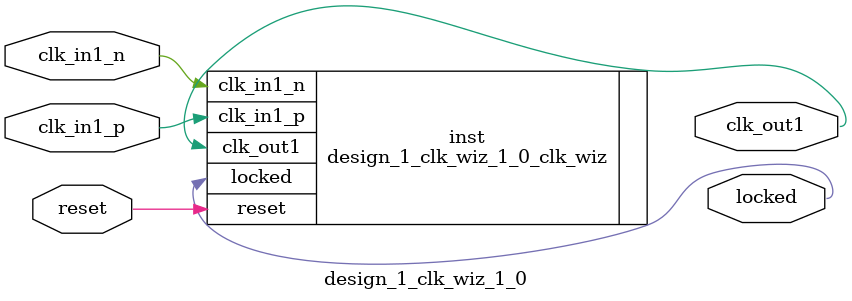
<source format=v>


`timescale 1ps/1ps

(* CORE_GENERATION_INFO = "design_1_clk_wiz_1_0,clk_wiz_v6_0_15_0_0,{component_name=design_1_clk_wiz_1_0,use_phase_alignment=true,use_min_o_jitter=false,use_max_i_jitter=false,use_dyn_phase_shift=false,use_inclk_switchover=false,use_dyn_reconfig=false,enable_axi=0,feedback_source=FDBK_AUTO,PRIMITIVE=MMCM,num_out_clk=1,clkin1_period=10.000,clkin2_period=10.000,use_power_down=false,use_reset=true,use_locked=true,use_inclk_stopped=false,feedback_type=SINGLE,CLOCK_MGR_TYPE=NA,manual_override=false}" *)

module design_1_clk_wiz_1_0 
 (
  // Clock out ports
  output        clk_out1,
  // Status and control signals
  input         reset,
  output        locked,
 // Clock in ports
  input         clk_in1_p,
  input         clk_in1_n
 );

  design_1_clk_wiz_1_0_clk_wiz inst
  (
  // Clock out ports  
  .clk_out1(clk_out1),
  // Status and control signals               
  .reset(reset), 
  .locked(locked),
 // Clock in ports
  .clk_in1_p(clk_in1_p),
  .clk_in1_n(clk_in1_n)
  );

endmodule

</source>
